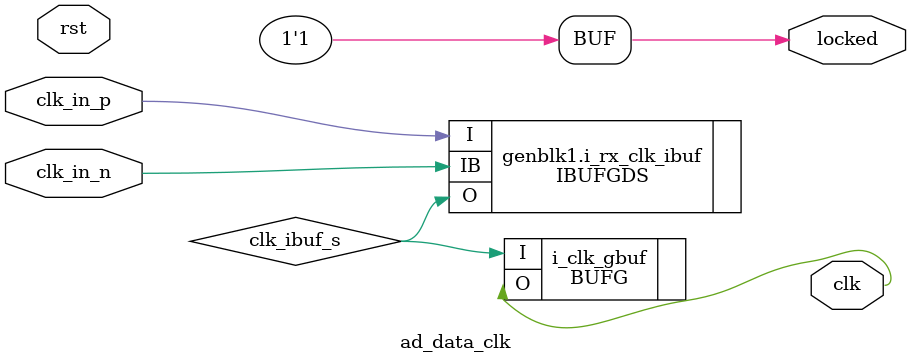
<source format=v>

`timescale 1ns/100ps

module ad_data_clk #(

  parameter   SINGLE_ENDED = 0,
  parameter   DEVICE_TYPE = 0) (

  input               rst,
  output              locked,

  input               clk_in_p,
  input               clk_in_n,
  output              clk);

  localparam  VIRTEX7 = 0;
  localparam  ULTRASCALE_PLUS = 2;
  localparam  ULTRASCALE = 3;

  // internal signals

  wire                clk_ibuf_s;

  // defaults

  assign locked = 1'b1;

  // instantiations

  generate
  if (SINGLE_ENDED == 1) begin
  IBUFG i_rx_clk_ibuf (
    .I (clk_in_p),
    .O (clk_ibuf_s));
  end else begin
  IBUFGDS i_rx_clk_ibuf (
    .I (clk_in_p),
    .IB (clk_in_n),
    .O (clk_ibuf_s));
  end
  endgenerate

  BUFG i_clk_gbuf (
    .I (clk_ibuf_s),
    .O (clk));

endmodule

// ***************************************************************************
// ***************************************************************************

</source>
